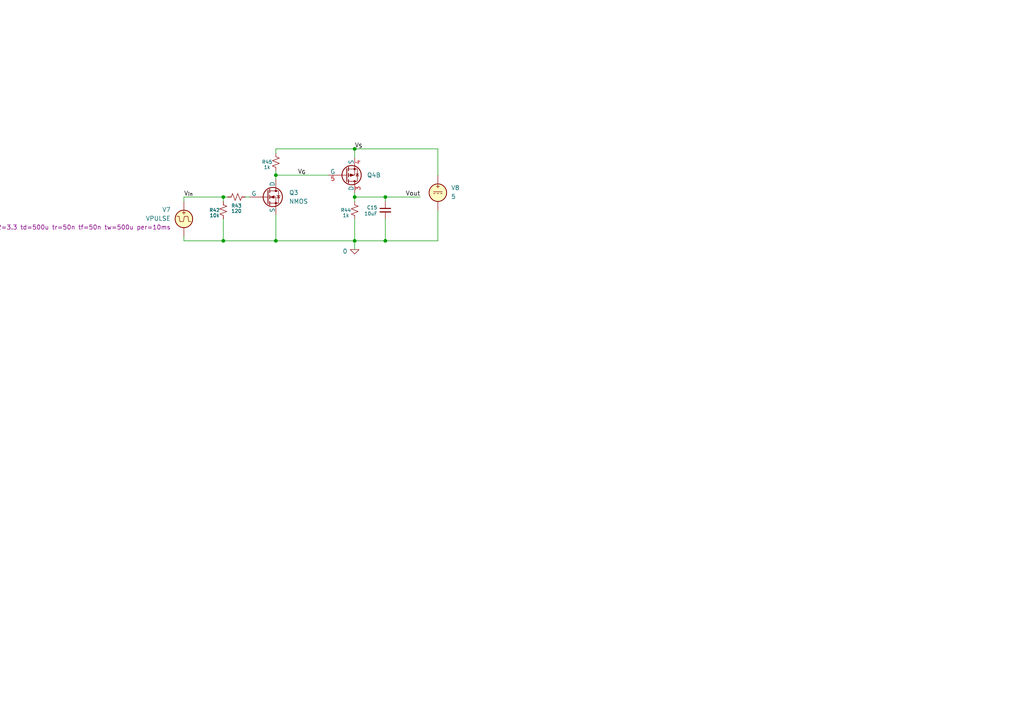
<source format=kicad_sch>
(kicad_sch (version 20250114) (generator "eeschema") (generator_version "9.0")
  (paper "A4")
  (lib_symbols
    (symbol "Device:C_Small" (pin_numbers (hide yes)) (pin_names (offset 0.254) (hide yes))
      (property "Reference" "C" (at 0.254 1.778 0))
      (property "Value" "C_Small" (at 0.254 -2.032 0))
      (symbol "C_Small_0_1"
        (polyline (pts (xy -1.524 0.508) (xy 1.524 0.508)) (stroke (width 0.3048)))
        (polyline (pts (xy -1.524 -0.508) (xy 1.524 -0.508)) (stroke (width 0.3302)))
      )
      (symbol "C_Small_1_1"
        (pin passive line (at 0 2.54 270) (length 2.032) (name "~") (number "1"))
        (pin passive line (at 0 -2.54 90) (length 2.032) (name "~") (number "2"))
      )
    )
    (symbol "Device:R_Small_US" (pin_numbers (hide yes)) (pin_names (offset 0.254) (hide yes))
      (property "Reference" "R" (at 0.762 0.508 0))
      (property "Value" "R_Small_US" (at 0.762 -1.016 0))
      (symbol "R_Small_US_1_1"
        (polyline (pts (xy 0 1.524) (xy 1.016 1.143) (xy 0 0.762) (xy -1.016 0.381) (xy 0 0)))
        (polyline (pts (xy 0 0) (xy 1.016 -0.381) (xy 0 -0.762) (xy -1.016 -1.143) (xy 0 -1.524)))
        (pin passive line (at 0 2.54 270) (length 1.016) (name "~") (number "1"))
        (pin passive line (at 0 -2.54 90) (length 1.016) (name "~") (number "2"))
      )
    )
    (symbol "Simulation_SPICE:0" (power) (pin_numbers (hide yes)) (pin_names (offset 0) (hide yes))
      (property "Value" "0" (at 0 -2.54 0))
      (symbol "0_0_1"
        (polyline (pts (xy -1.27 0) (xy 0 -1.27) (xy 1.27 0) (xy -1.27 0)))
      )
      (symbol "0_1_1"
        (pin power_in line (at 0 0 0) (length 0) (name "~") (number "1"))
      )
    )
    (symbol "Simulation_SPICE:NMOS" (pin_numbers (hide yes)) (pin_names (offset 0))
      (property "Reference" "Q" (at 5.08 1.27 0))
      (property "Value" "NMOS" (at 5.08 -1.27 0))
      (symbol "NMOS_0_1"
        (polyline (pts (xy 0.254 1.905) (xy 0.254 -1.905)) (stroke (width 0.254)))
        (polyline (pts (xy 0.254 0) (xy -2.54 0)))
        (polyline (pts (xy 0.762 2.286) (xy 0.762 1.27)) (stroke (width 0.254)))
        (polyline (pts (xy 0.762 0.508) (xy 0.762 -0.508)) (stroke (width 0.254)))
        (polyline (pts (xy 0.762 -1.27) (xy 0.762 -2.286)) (stroke (width 0.254)))
        (polyline (pts (xy 0.762 -1.778) (xy 3.302 -1.778) (xy 3.302 1.778) (xy 0.762 1.778)))
        (polyline (pts (xy 1.016 0) (xy 2.032 0.381) (xy 2.032 -0.381) (xy 1.016 0)) (fill (type outline)))
        (circle (center 1.651 0) (radius 2.794) (stroke (width 0.254)))
        (polyline (pts (xy 2.54 2.54) (xy 2.54 1.778)))
        (circle (center 2.54 1.778) (radius 0.254) (fill (type outline)))
        (circle (center 2.54 -1.778) (radius 0.254) (fill (type outline)))
        (polyline (pts (xy 2.54 -2.54) (xy 2.54 0) (xy 0.762 0)))
        (polyline (pts (xy 2.794 0.508) (xy 2.921 0.381) (xy 3.683 0.381) (xy 3.81 0.254)))
        (polyline (pts (xy 3.302 0.381) (xy 2.921 -0.254) (xy 3.683 -0.254) (xy 3.302 0.381)))
      )
      (symbol "NMOS_1_1"
        (pin input line (at -5.08 0 0) (length 2.54) (name "G") (number "2"))
        (pin passive line (at 2.54 5.08 270) (length 2.54) (name "D") (number "1"))
        (pin passive line (at 2.54 -5.08 90) (length 2.54) (name "S") (number "3"))
      )
    )
    (symbol "Simulation_SPICE:VDC" (pin_numbers (hide yes)) (pin_names (offset 0.0254))
      (property "Reference" "V" (at 2.54 2.54 0))
      (property "Value" "1" (at 2.54 0 0))
      (symbol "VDC_0_0"
        (polyline (pts (xy -1.27 0.254) (xy 1.27 0.254)))
        (polyline (pts (xy -0.762 -0.254) (xy -1.27 -0.254)))
        (polyline (pts (xy 0.254 -0.254) (xy -0.254 -0.254)))
        (polyline (pts (xy 1.27 -0.254) (xy 0.762 -0.254)))
        (text "+" (at 0 1.905 0) (effects (font (size 1.27 1.27))))
      )
      (symbol "VDC_0_1"
        (circle (center 0 0) (radius 2.54) (stroke (width 0.254)) (fill (type background)))
      )
      (symbol "VDC_1_1"
        (pin passive line (at 0 5.08 270) (length 2.54) (name "~") (number "1"))
        (pin passive line (at 0 -5.08 90) (length 2.54) (name "~") (number "2"))
      )
    )
    (symbol "Simulation_SPICE:VPULSE" (pin_numbers (hide yes)) (pin_names (offset 0.0254))
      (property "Reference" "V" (at 2.54 2.54 0))
      (property "Value" "VPULSE" (at 2.54 0 0))
      (property "Sim.Params" "y1=0 y2=1 td=2n tr=2n tf=2n tw=50n per=100n" (at 2.54 -2.54 0))
      (symbol "VPULSE_0_0"
        (polyline (pts (xy -2.032 -0.762) (xy -1.397 -0.762) (xy -1.143 0.762) (xy -0.127 0.762) (xy 0.127 -0.762) (xy 1.143 -0.762) (xy 1.397 0.762) (xy 2.032 0.762)))
        (text "+" (at 0 1.905 0) (effects (font (size 1.27 1.27))))
      )
      (symbol "VPULSE_0_1"
        (circle (center 0 0) (radius 2.54) (stroke (width 0.254)) (fill (type background)))
      )
      (symbol "VPULSE_1_1"
        (pin passive line (at 0 5.08 270) (length 2.54) (name "~") (number "1"))
        (pin passive line (at 0 -5.08 90) (length 2.54) (name "~") (number "2"))
      )
    )
    (symbol "Transistor_FET:Q_Dual_PMOS_S1G1D2S2G2D1" (pin_names (offset 0))
      (property "Reference" "Q" (at 5.08 1.905 0))
      (property "Value" "Q_Dual_PMOS_S1G1D2S2G2D1" (at 5.08 0 0))
      (symbol "Q_Dual_PMOS_S1G1D2S2G2D1_0_1"
        (polyline (pts (xy 0.254 1.905) (xy 0.254 -1.905)) (stroke (width 0.254)))
        (polyline (pts (xy 0.254 0) (xy -2.54 0)))
        (polyline (pts (xy 0.762 2.286) (xy 0.762 1.27)) (stroke (width 0.254)))
        (polyline (pts (xy 0.762 1.778) (xy 3.302 1.778) (xy 3.302 -1.778) (xy 0.762 -1.778)))
        (polyline (pts (xy 0.762 0.508) (xy 0.762 -0.508)) (stroke (width 0.254)))
        (polyline (pts (xy 0.762 -1.27) (xy 0.762 -2.286)) (stroke (width 0.254)))
        (circle (center 1.651 0) (radius 2.794) (stroke (width 0.254)))
        (polyline (pts (xy 2.286 0) (xy 1.27 0.381) (xy 1.27 -0.381) (xy 2.286 0)) (fill (type outline)))
        (polyline (pts (xy 2.54 2.54) (xy 2.54 1.778)))
        (circle (center 2.54 1.778) (radius 0.254) (fill (type outline)))
        (circle (center 2.54 -1.778) (radius 0.254) (fill (type outline)))
        (polyline (pts (xy 2.54 -2.54) (xy 2.54 0) (xy 0.762 0)))
        (polyline (pts (xy 2.921 -0.381) (xy 3.683 -0.381)))
        (polyline (pts (xy 3.302 -0.381) (xy 2.921 0.254) (xy 3.683 0.254) (xy 3.302 -0.381)))
      )
      (symbol "Q_Dual_PMOS_S1G1D2S2G2D1_1_1"
        (pin input line (at -5.08 0 0) (length 2.54) (name "G") (number "2"))
        (pin passive line (at 2.54 5.08 270) (length 2.54) (name "D") (number "6"))
        (pin passive line (at 2.54 -5.08 90) (length 2.54) (name "S") (number "1"))
      )
      (symbol "Q_Dual_PMOS_S1G1D2S2G2D1_2_1"
        (pin input line (at -5.08 0 0) (length 2.54) (name "G") (number "5"))
        (pin passive line (at 2.54 5.08 270) (length 2.54) (name "D") (number "3"))
        (pin passive line (at 2.54 -5.08 90) (length 2.54) (name "S") (number "4"))
      )
    )
  )
  (junction (at 64.77 69.85))
  (junction (at 102.87 57.15))
  (junction (at 111.76 69.85))
  (junction (at 111.76 57.15))
  (junction (at 64.77 57.15))
  (junction (at 80.01 50.8))
  (junction (at 102.87 43.18))
  (junction (at 80.01 69.85))
  (junction (at 102.87 69.85))
  (wire (pts (xy 111.76 57.15) (xy 121.92 57.15)))
  (wire (pts (xy 111.76 57.15) (xy 111.76 58.42)))
  (wire (pts (xy 127 60.96) (xy 127 69.85)))
  (wire (pts (xy 64.77 63.5) (xy 64.77 69.85)))
  (wire (pts (xy 80.01 43.18) (xy 102.87 43.18)))
  (wire (pts (xy 80.01 52.07) (xy 80.01 50.8)))
  (wire (pts (xy 111.76 63.5) (xy 111.76 69.85)))
  (wire (pts (xy 102.87 63.5) (xy 102.87 69.85)))
  (wire (pts (xy 64.77 57.15) (xy 64.77 58.42)))
  (wire (pts (xy 80.01 50.8) (xy 95.25 50.8)))
  (wire (pts (xy 102.87 43.18) (xy 102.87 45.72)))
  (wire (pts (xy 64.77 57.15) (xy 66.04 57.15)))
  (wire (pts (xy 80.01 44.45) (xy 80.01 43.18)))
  (wire (pts (xy 102.87 69.85) (xy 102.87 72.39)))
  (wire (pts (xy 64.77 69.85) (xy 80.01 69.85)))
  (wire (pts (xy 53.34 69.85) (xy 64.77 69.85)))
  (wire (pts (xy 80.01 62.23) (xy 80.01 69.85)))
  (wire (pts (xy 71.12 57.15) (xy 72.39 57.15)))
  (wire (pts (xy 80.01 49.53) (xy 80.01 50.8)))
  (wire (pts (xy 127 43.18) (xy 102.87 43.18)))
  (wire (pts (xy 53.34 57.15) (xy 64.77 57.15)))
  (wire (pts (xy 102.87 57.15) (xy 111.76 57.15)))
  (wire (pts (xy 80.01 69.85) (xy 102.87 69.85)))
  (wire (pts (xy 102.87 69.85) (xy 111.76 69.85)))
  (wire (pts (xy 127 43.18) (xy 127 50.8)))
  (wire (pts (xy 53.34 68.58) (xy 53.34 69.85)))
  (wire (pts (xy 102.87 55.88) (xy 102.87 57.15)))
  (wire (pts (xy 53.34 58.42) (xy 53.34 57.15)))
  (wire (pts (xy 102.87 57.15) (xy 102.87 58.42)))
  (wire (pts (xy 111.76 69.85) (xy 127 69.85)))
  (label "Vout" (at 121.92 57.15 180))
  (label "V_{S}" (at 102.87 43.18 0))
  (label "V_{G}" (at 86.36 50.8 0))
  (label "V_{in}" (at 53.34 57.15 0))
  (symbol (lib_id "Transistor_FET:Q_Dual_PMOS_S1G1D2S2G2D1") (at 100.33 50.8 0) (mirror x) (unit 2)
    (property "Reference" "Q4" (at 106.426 50.8 0) (effects (justify left)))
    (property "Value" "PMDPB30XN" (effects (hide yes)))
    (property "Description" "Dual PMOS transistor, 6 pin package" (effects (hide yes)))
    (property "Sim.Device" "PMOS" (effects (hide yes)))
    (property "Sim.Type" "VDMOS" (effects (hide yes)))
    (property "Sim.Pins" "3=D 4=S 5=G" (effects (hide yes)))
    (property "Sim.Params" "vto=-1.0" (effects (hide yes)))
  )
  (symbol (lib_id "Simulation_SPICE:NMOS") (at 77.47 57.15 0) (unit 1)
    (property "Reference" "Q3" (at 83.82 55.8799 0) (effects (justify left)))
    (property "Value" "NMOS" (at 83.82 58.4199 0) (effects (justify left)))
    (property "Datasheet" "https://ngspice.sourceforge.io/docs/ngspice-html-manual/manual.xhtml#cha_MOSFETs" (effects (hide yes)))
    (property "Description" "N-MOSFET transistor, drain/source/gate" (effects (hide yes)))
    (property "Sim.Device" "SUBCKT" (effects (hide yes)))
    (property "Sim.Pins" "1=D 2=G 3=S" (effects (hide yes)))
    (property "Sim.Library" "C:\\Users\\Hyeonje\\Documents\\STM32-FC\\HW\\STM32-FC_v2\\sim\\lib\\PMDPB30XNA.lib" (effects (hide yes)))
    (property "Sim.Name" "PMDPB30XNA" (effects (hide yes)))
  )
  (symbol (lib_id "Simulation_SPICE:VDC") (at 127 55.88 0) (unit 1)
    (property "Reference" "V8" (at 130.81 54.4801 0) (effects (justify left)))
    (property "Value" "5" (at 130.81 57.0201 0) (effects (justify left)))
    (property "Datasheet" "https://ngspice.sourceforge.io/docs/ngspice-html-manual/manual.xhtml#sec_Independent_Sources_for" (effects (hide yes)))
    (property "Description" "Voltage source, DC" (effects (hide yes)))
    (property "Sim.Pins" "1=+ 2=-" (effects (hide yes)))
    (property "Sim.Type" "DC" (effects (hide yes)))
    (property "Sim.Device" "V" (effects (hide yes)))
  )
  (symbol (lib_id "Simulation_SPICE:VPULSE") (at 53.34 63.5 0) (mirror y) (unit 1)
    (property "Reference" "V7" (at 49.53 60.8301 0) (effects (justify left)))
    (property "Value" "VPULSE" (at 49.53 63.3701 0) (effects (justify left)))
    (property "Datasheet" "https://ngspice.sourceforge.io/docs/ngspice-html-manual/manual.xhtml#sec_Independent_Sources_for" (effects (hide yes)))
    (property "Description" "Voltage source, pulse" (effects (hide yes)))
    (property "Sim.Pins" "1=+ 2=-" (effects (hide yes)))
    (property "Sim.Type" "PULSE" (effects (hide yes)))
    (property "Sim.Device" "V" (effects (hide yes)))
    (property "Sim.Params" "y1=0 y2=3.3 td=500u tr=50n tf=50n tw=500u per=10ms" (at 49.53 65.9101 0) (effects (justify left)))
  )
  (symbol (lib_id "Device:R_Small_US") (at 68.58 57.15 90) (unit 1)
    (property "Reference" "R43" (at 68.58 59.69 90) (effects (font (size 1 1))))
    (property "Value" "120" (at 68.58 61.214 90) (effects (font (size 1 1))))
    (property "Footprint" "Resistor_SMD:R_0402_1005Metric" (effects (hide yes)))
    (property "Description" "Resistor, small US symbol" (effects (hide yes)))
    (property "LCSC" "C38941" (effects (hide yes)))
  )
  (symbol (lib_id "Simulation_SPICE:0") (at 102.87 72.39 0) (unit 1)
    (property "Reference" "#GND04" (effects (hide yes)))
    (property "Value" "0" (at 100.076 72.898 0))
    (property "Datasheet" "https://ngspice.sourceforge.io/docs/ngspice-html-manual/manual.xhtml#subsec_Circuit_elements__device" (effects (hide yes)))
    (property "Description" "0V reference potential for simulation" (effects (hide yes)))
  )
  (symbol (lib_id "Device:R_Small_US") (at 64.77 60.96 0) (unit 1)
    (property "Reference" "R42" (at 62.23 60.96 0) (effects (font (size 1 1))))
    (property "Value" "10k" (at 62.23 62.484 0) (effects (font (size 1 1))))
    (property "Footprint" "Resistor_SMD:R_0402_1005Metric" (effects (hide yes)))
    (property "Description" "Resistor, small US symbol" (effects (hide yes)))
    (property "LCSC" "C38941" (effects (hide yes)))
  )
  (symbol (lib_id "Device:C_Small") (at 111.76 60.96 0) (unit 1)
    (property "Reference" "C15" (at 109.474 60.198 0) (effects (font (size 1 1)) (justify right)))
    (property "Value" "10uF" (at 109.474 61.976 0) (effects (font (size 1 1)) (justify right)))
    (property "Footprint" "Capacitor_SMD:C_0402_1005Metric" (effects (hide yes)))
    (property "LCSC" "C77000" (effects (hide yes)))
  )
  (symbol (lib_id "Device:R_Small_US") (at 80.01 46.99 0) (unit 1)
    (property "Reference" "R45" (at 77.47 46.99 0) (effects (font (size 1 1))))
    (property "Value" "1k" (at 77.47 48.514 0) (effects (font (size 1 1))))
    (property "Footprint" "Resistor_SMD:R_0402_1005Metric" (effects (hide yes)))
    (property "Description" "Resistor, small US symbol" (effects (hide yes)))
    (property "LCSC" "C38941" (effects (hide yes)))
  )
  (symbol (lib_id "Device:R_Small_US") (at 102.87 60.96 0) (unit 1)
    (property "Reference" "R44" (at 100.33 60.96 0) (effects (font (size 1 1))))
    (property "Value" "1k" (at 100.33 62.484 0) (effects (font (size 1 1))))
    (property "Footprint" "Resistor_SMD:R_0402_1005Metric" (effects (hide yes)))
    (property "Description" "Resistor, small US symbol" (effects (hide yes)))
    (property "LCSC" "C38941" (effects (hide yes)))
  )
)
</source>
